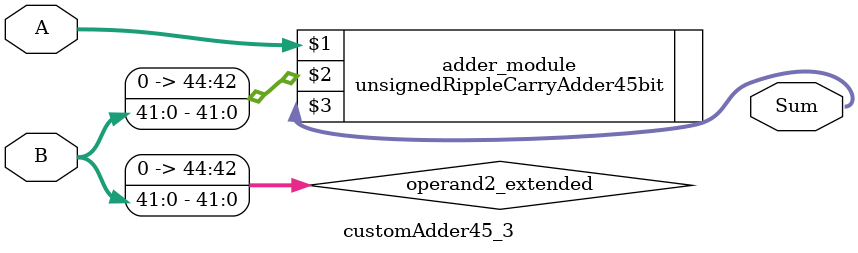
<source format=v>
module customAdder45_3(
                        input [44 : 0] A,
                        input [41 : 0] B,
                        
                        output [45 : 0] Sum
                );

        wire [44 : 0] operand2_extended;
        
        assign operand2_extended =  {3'b0, B};
        
        unsignedRippleCarryAdder45bit adder_module(
            A,
            operand2_extended,
            Sum
        );
        
        endmodule
        
</source>
